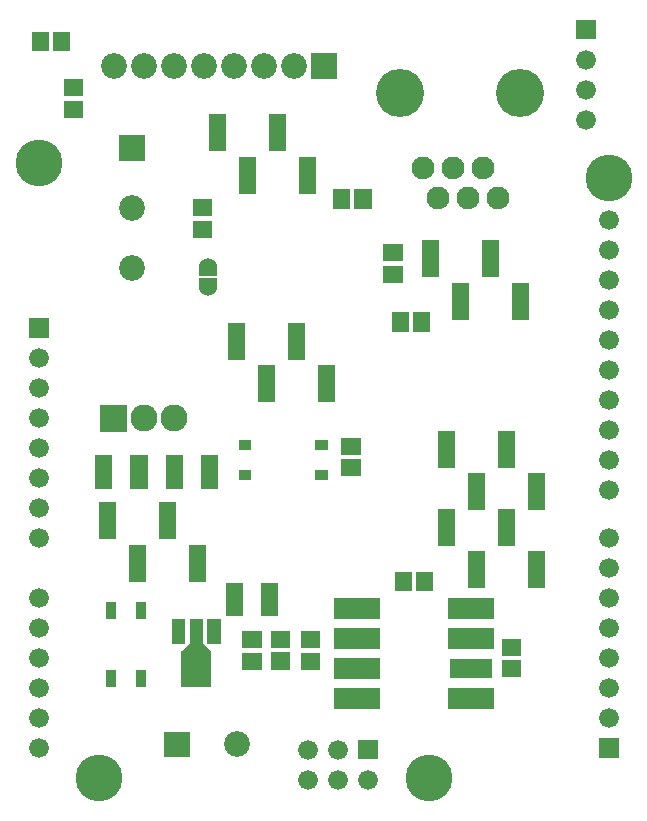
<source format=gbr>
G04 start of page 6 for group -4063 idx -4063 *
G04 Title: (unknown), componentmask *
G04 Creator: pcb 20140316 *
G04 CreationDate: Wed 08 Apr 2015 04:08:23 PM GMT UTC *
G04 For: ndholmes *
G04 Format: Gerber/RS-274X *
G04 PCB-Dimensions (mil): 2110.00 2710.00 *
G04 PCB-Coordinate-Origin: lower left *
%MOIN*%
%FSLAX25Y25*%
%LNTOPMASK*%
%ADD75R,0.0300X0.0300*%
%ADD74C,0.0600*%
%ADD73R,0.0720X0.0720*%
%ADD72R,0.0620X0.0620*%
%ADD71R,0.1005X0.1005*%
%ADD70R,0.0438X0.0438*%
%ADD69R,0.0330X0.0330*%
%ADD68R,0.0572X0.0572*%
%ADD67R,0.0560X0.0560*%
%ADD66C,0.1600*%
%ADD65C,0.0760*%
%ADD64C,0.0860*%
%ADD63C,0.0900*%
%ADD62C,0.1560*%
%ADD61C,0.0001*%
%ADD60C,0.0660*%
G54D60*X10500Y130500D03*
Y120500D03*
Y110500D03*
Y100500D03*
G54D61*G36*
X7200Y163800D02*Y157200D01*
X13800D01*
Y163800D01*
X7200D01*
G37*
G54D60*X10500Y150500D03*
Y140500D03*
G54D62*Y215500D03*
G54D63*X55400Y130400D03*
X45400D03*
G54D61*G36*
X30900Y134900D02*Y125900D01*
X39900D01*
Y134900D01*
X30900D01*
G37*
G54D64*X41500Y200500D03*
Y180500D03*
G54D60*X200500Y176500D03*
Y186500D03*
Y196500D03*
G54D61*G36*
X101200Y252100D02*Y243500D01*
X109800D01*
Y252100D01*
X101200D01*
G37*
G54D64*X95500Y247800D03*
X85500D03*
X75500D03*
X65500D03*
X55500D03*
X45500D03*
X35500D03*
G54D61*G36*
X37200Y224800D02*Y216200D01*
X45800D01*
Y224800D01*
X37200D01*
G37*
G54D65*X163400Y204000D03*
X158400Y214000D03*
X153400Y204000D03*
X148400Y214000D03*
X143400Y204000D03*
X138400Y214000D03*
G54D66*X170900Y239000D03*
X130900D03*
G54D62*X200500Y210500D03*
G54D61*G36*
X189700Y263300D02*Y256700D01*
X196300D01*
Y263300D01*
X189700D01*
G37*
G54D60*X193000Y250000D03*
Y240000D03*
Y230000D03*
G54D61*G36*
X197200Y23800D02*Y17200D01*
X203800D01*
Y23800D01*
X197200D01*
G37*
G54D60*X200500Y30500D03*
Y40500D03*
Y50500D03*
Y60500D03*
Y70500D03*
G54D62*X140500Y10500D03*
G54D60*X120300Y10000D03*
X110300D03*
X100300D03*
G54D61*G36*
X117000Y23300D02*Y16700D01*
X123600D01*
Y23300D01*
X117000D01*
G37*
G54D60*X110300Y20000D03*
X100300D03*
G54D61*G36*
X52300Y26000D02*Y17400D01*
X60900D01*
Y26000D01*
X52300D01*
G37*
G54D64*X76600Y21700D03*
G54D60*X200500Y80500D03*
Y90500D03*
Y106500D03*
Y116500D03*
Y126500D03*
Y136500D03*
Y146500D03*
Y156500D03*
Y166500D03*
X10500Y90500D03*
Y70500D03*
Y60500D03*
Y50500D03*
Y40500D03*
Y30500D03*
Y20500D03*
G54D62*X30500Y10500D03*
G54D67*X146500Y123413D02*Y116760D01*
X156500Y109240D02*Y102587D01*
X166500Y123413D02*Y116760D01*
X176500Y109240D02*Y102587D01*
G54D68*X114107Y121043D02*X114893D01*
X114107Y113957D02*X114893D01*
G54D69*X104300Y111500D02*X105200D01*
X104300Y121500D02*X105200D01*
G54D68*X90607Y56586D02*X91393D01*
X90607Y49500D02*X91393D01*
X81107Y56543D02*X81893D01*
X81107Y49457D02*X81893D01*
X75690Y72755D02*Y67245D01*
X87500Y72755D02*Y67245D01*
X55595Y115255D02*Y109745D01*
X67405Y115255D02*Y109745D01*
X43905Y115255D02*Y109745D01*
X32095Y115255D02*Y109745D01*
G54D69*X78800Y111500D02*X79700D01*
X44500Y67450D02*Y65050D01*
G54D67*X63514Y85426D02*Y78773D01*
X53514Y99599D02*Y92946D01*
X43514Y85426D02*Y78773D01*
G54D69*X44500Y44950D02*Y42550D01*
X34500Y44950D02*Y42550D01*
G54D70*X68906Y61405D02*Y57311D01*
X63000Y61405D02*Y49595D01*
G54D71*Y47861D02*Y45971D01*
G54D61*G36*
X64885Y55850D02*X68149Y52586D01*
X66305Y50742D01*
X63041Y54006D01*
X64885Y55850D01*
G37*
G36*
X57851Y52586D02*X61115Y55850D01*
X62959Y54006D01*
X59695Y50742D01*
X57851Y52586D01*
G37*
G54D70*X57094Y61405D02*Y57311D01*
G54D68*X139043Y76393D02*Y75607D01*
X131957Y76393D02*Y75607D01*
G54D67*X146500Y97413D02*Y90760D01*
X156500Y83240D02*Y76587D01*
X166500Y97413D02*Y90760D01*
X176500Y83240D02*Y76587D01*
G54D68*X167607Y54043D02*X168393D01*
X167607Y46957D02*X168393D01*
G54D72*X150500Y47000D02*X158500D01*
G54D73*X150500Y37000D02*X158500D01*
X112500Y67000D02*X120500D01*
X112500Y57000D02*X120500D01*
X112500Y47000D02*X120500D01*
X112500Y37000D02*X120500D01*
G54D68*X100607Y56543D02*X101393D01*
X100607Y49457D02*X101393D01*
G54D73*X150500Y67000D02*X158500D01*
X150500Y57000D02*X158500D01*
G54D69*X34500Y67450D02*Y65050D01*
G54D67*X33514Y99599D02*Y92946D01*
G54D68*X21607Y240543D02*X22393D01*
X21607Y233457D02*X22393D01*
X10957Y256393D02*Y255607D01*
X18043Y256393D02*Y255607D01*
G54D67*X70000Y228913D02*Y222260D01*
X80000Y214740D02*Y208087D01*
X90000Y228913D02*Y222260D01*
G54D74*X67000Y180900D03*
G54D75*X65500Y179400D02*X68500D01*
G54D74*X67000Y174100D03*
G54D75*X65500Y175600D02*X68500D01*
G54D69*X78800Y121500D02*X79700D01*
G54D67*X76500Y159413D02*Y152760D01*
X86500Y145240D02*Y138587D01*
G54D68*X111457Y203893D02*Y203107D01*
G54D67*X100000Y214740D02*Y208087D01*
X96500Y159413D02*Y152760D01*
X106500Y145240D02*Y138587D01*
G54D68*X118543Y203893D02*Y203107D01*
X64607Y200543D02*X65393D01*
X64607Y193457D02*X65393D01*
G54D67*X141000Y186913D02*Y180260D01*
X151000Y172740D02*Y166087D01*
X161000Y186913D02*Y180260D01*
X171000Y172740D02*Y166087D01*
G54D68*X138043Y162893D02*Y162107D01*
X130957Y162893D02*Y162107D01*
X128107Y185543D02*X128893D01*
X128107Y178457D02*X128893D01*
M02*

</source>
